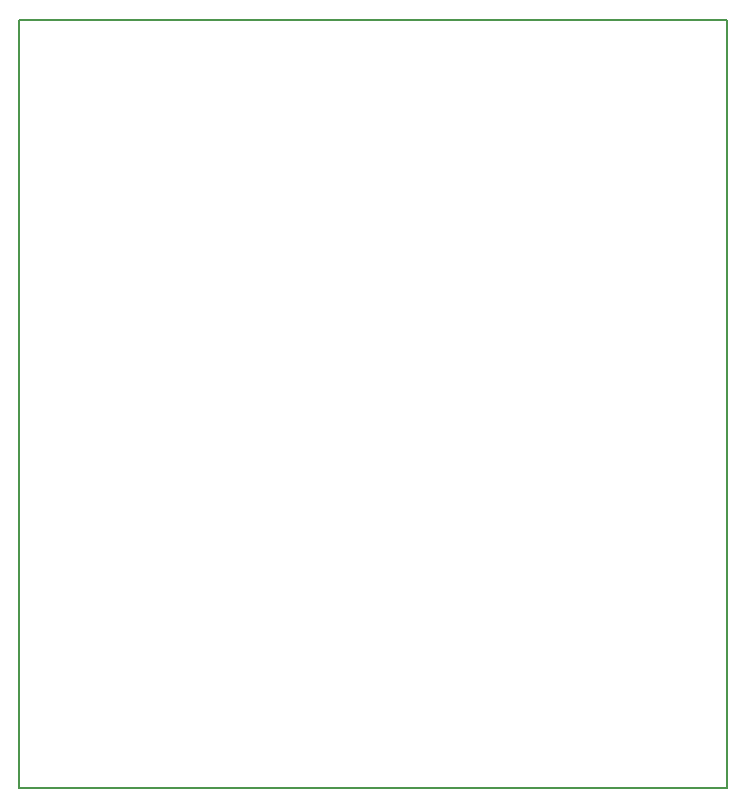
<source format=gbr>
G04 #@! TF.FileFunction,Profile,NP*
%FSLAX45Y45*%
G04 Gerber Fmt 4.5, Leading zero omitted, Abs format (unit mm)*
G04 Created by KiCad (PCBNEW 4.0.2-stable) date 2016/07/12 17:07:48*
%MOMM*%
G01*
G04 APERTURE LIST*
%ADD10C,0.100000*%
%ADD11C,0.150000*%
G04 APERTURE END LIST*
D10*
D11*
X0Y-6500000D02*
X6000000Y-6500000D01*
X6000000Y0D02*
X0Y0D01*
X6000000Y0D02*
X6000000Y-6500000D01*
X0Y0D02*
X0Y-6500000D01*
M02*

</source>
